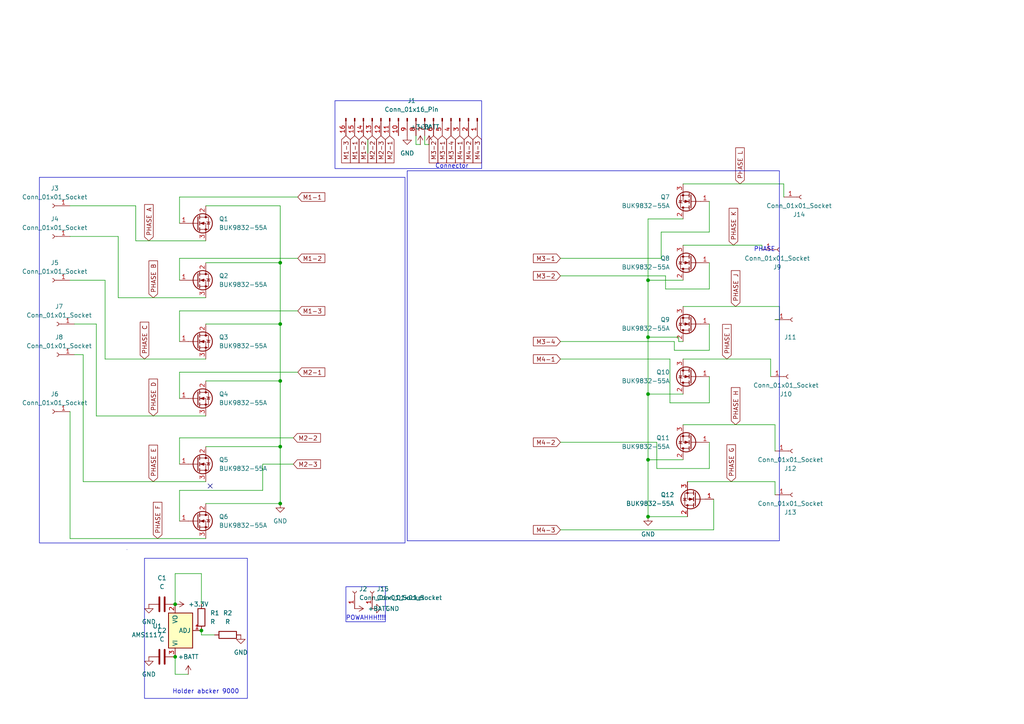
<source format=kicad_sch>
(kicad_sch (version 20250114) (generator "eeschema") (generator_version "9.0")
  (paper "A4")
  (lib_symbols
    (symbol "Connector:Conn_01x01_Socket" (pin_names (offset 1.016) (hide yes))
      (property "Reference" "J" (at 0 2.54 0))
      (property "Value" "Conn_01x01_Socket" (at 0 -2.54 0))
      (symbol "Conn_01x01_Socket_1_1"
        (polyline (pts (xy -1.27 0) (xy -0.508 0)) (stroke (width 0.1524)))
        (arc (start 0 -0.508) (mid -0.5058 0) (end 0 0.508) (stroke (width 0.1524)))
        (pin passive line (at -5.08 0 0) (length 3.81) (name "Pin_1") (number "1"))
      )
    )
    (symbol "Connector:Conn_01x16_Pin" (pin_names (offset 1.016) (hide yes))
      (property "Reference" "J" (at 0 20.32 0))
      (property "Value" "Conn_01x16_Pin" (at 0 -22.86 0))
      (symbol "Conn_01x16_Pin_1_1"
        (rectangle (start 0.8636 17.907) (end 0 17.653) (stroke (width 0.1524)) (fill (type outline)))
        (rectangle (start 0.8636 15.367) (end 0 15.113) (stroke (width 0.1524)) (fill (type outline)))
        (rectangle (start 0.8636 12.827) (end 0 12.573) (stroke (width 0.1524)) (fill (type outline)))
        (rectangle (start 0.8636 10.287) (end 0 10.033) (stroke (width 0.1524)) (fill (type outline)))
        (rectangle (start 0.8636 7.747) (end 0 7.493) (stroke (width 0.1524)) (fill (type outline)))
        (rectangle (start 0.8636 5.207) (end 0 4.953) (stroke (width 0.1524)) (fill (type outline)))
        (rectangle (start 0.8636 2.667) (end 0 2.413) (stroke (width 0.1524)) (fill (type outline)))
        (rectangle (start 0.8636 0.127) (end 0 -0.127) (stroke (width 0.1524)) (fill (type outline)))
        (rectangle (start 0.8636 -2.413) (end 0 -2.667) (stroke (width 0.1524)) (fill (type outline)))
        (rectangle (start 0.8636 -4.953) (end 0 -5.207) (stroke (width 0.1524)) (fill (type outline)))
        (rectangle (start 0.8636 -7.493) (end 0 -7.747) (stroke (width 0.1524)) (fill (type outline)))
        (rectangle (start 0.8636 -10.033) (end 0 -10.287) (stroke (width 0.1524)) (fill (type outline)))
        (rectangle (start 0.8636 -12.573) (end 0 -12.827) (stroke (width 0.1524)) (fill (type outline)))
        (rectangle (start 0.8636 -15.113) (end 0 -15.367) (stroke (width 0.1524)) (fill (type outline)))
        (rectangle (start 0.8636 -17.653) (end 0 -17.907) (stroke (width 0.1524)) (fill (type outline)))
        (rectangle (start 0.8636 -20.193) (end 0 -20.447) (stroke (width 0.1524)) (fill (type outline)))
        (polyline (pts (xy 1.27 17.78) (xy 0.8636 17.78)) (stroke (width 0.1524)))
        (polyline (pts (xy 1.27 15.24) (xy 0.8636 15.24)) (stroke (width 0.1524)))
        (polyline (pts (xy 1.27 12.7) (xy 0.8636 12.7)) (stroke (width 0.1524)))
        (polyline (pts (xy 1.27 10.16) (xy 0.8636 10.16)) (stroke (width 0.1524)))
        (polyline (pts (xy 1.27 7.62) (xy 0.8636 7.62)) (stroke (width 0.1524)))
        (polyline (pts (xy 1.27 5.08) (xy 0.8636 5.08)) (stroke (width 0.1524)))
        (polyline (pts (xy 1.27 2.54) (xy 0.8636 2.54)) (stroke (width 0.1524)))
        (polyline (pts (xy 1.27 0) (xy 0.8636 0)) (stroke (width 0.1524)))
        (polyline (pts (xy 1.27 -2.54) (xy 0.8636 -2.54)) (stroke (width 0.1524)))
        (polyline (pts (xy 1.27 -5.08) (xy 0.8636 -5.08)) (stroke (width 0.1524)))
        (polyline (pts (xy 1.27 -7.62) (xy 0.8636 -7.62)) (stroke (width 0.1524)))
        (polyline (pts (xy 1.27 -10.16) (xy 0.8636 -10.16)) (stroke (width 0.1524)))
        (polyline (pts (xy 1.27 -12.7) (xy 0.8636 -12.7)) (stroke (width 0.1524)))
        (polyline (pts (xy 1.27 -15.24) (xy 0.8636 -15.24)) (stroke (width 0.1524)))
        (polyline (pts (xy 1.27 -17.78) (xy 0.8636 -17.78)) (stroke (width 0.1524)))
        (polyline (pts (xy 1.27 -20.32) (xy 0.8636 -20.32)) (stroke (width 0.1524)))
        (pin passive line (at 5.08 17.78 180) (length 3.81) (name "Pin_1") (number "1"))
        (pin passive line (at 5.08 15.24 180) (length 3.81) (name "Pin_2") (number "2"))
        (pin passive line (at 5.08 12.7 180) (length 3.81) (name "Pin_3") (number "3"))
        (pin passive line (at 5.08 10.16 180) (length 3.81) (name "Pin_4") (number "4"))
        (pin passive line (at 5.08 7.62 180) (length 3.81) (name "Pin_5") (number "5"))
        (pin passive line (at 5.08 5.08 180) (length 3.81) (name "Pin_6") (number "6"))
        (pin passive line (at 5.08 2.54 180) (length 3.81) (name "Pin_7") (number "7"))
        (pin passive line (at 5.08 0 180) (length 3.81) (name "Pin_8") (number "8"))
        (pin passive line (at 5.08 -2.54 180) (length 3.81) (name "Pin_9") (number "9"))
        (pin passive line (at 5.08 -5.08 180) (length 3.81) (name "Pin_10") (number "10"))
        (pin passive line (at 5.08 -7.62 180) (length 3.81) (name "Pin_11") (number "11"))
        (pin passive line (at 5.08 -10.16 180) (length 3.81) (name "Pin_12") (number "12"))
        (pin passive line (at 5.08 -12.7 180) (length 3.81) (name "Pin_13") (number "13"))
        (pin passive line (at 5.08 -15.24 180) (length 3.81) (name "Pin_14") (number "14"))
        (pin passive line (at 5.08 -17.78 180) (length 3.81) (name "Pin_15") (number "15"))
        (pin passive line (at 5.08 -20.32 180) (length 3.81) (name "Pin_16") (number "16"))
      )
    )
    (symbol "Device:C" (pin_numbers (hide yes)) (pin_names (offset 0.254))
      (property "Reference" "C" (at 0.635 2.54 0))
      (property "Value" "C" (at 0.635 -2.54 0))
      (symbol "C_0_1"
        (polyline (pts (xy -2.032 0.762) (xy 2.032 0.762)) (stroke (width 0.508)))
        (polyline (pts (xy -2.032 -0.762) (xy 2.032 -0.762)) (stroke (width 0.508)))
      )
      (symbol "C_1_1"
        (pin passive line (at 0 3.81 270) (length 2.794) (name "~") (number "1"))
        (pin passive line (at 0 -3.81 90) (length 2.794) (name "~") (number "2"))
      )
    )
    (symbol "Device:R" (pin_numbers (hide yes)) (pin_names (offset 0))
      (property "Reference" "R" (at 2.032 0 90))
      (property "Value" "R" (at 0 0 90))
      (symbol "R_0_1"
        (rectangle (start -1.016 -2.54) (end 1.016 2.54) (stroke (width 0.254)))
      )
      (symbol "R_1_1"
        (pin passive line (at 0 3.81 270) (length 1.27) (name "~") (number "1"))
        (pin passive line (at 0 -3.81 90) (length 1.27) (name "~") (number "2"))
      )
    )
    (symbol "Regulator_Linear:AMS1117"
      (property "Reference" "U" (at -3.81 3.175 0))
      (property "Value" "AMS1117" (at 0 3.175 0))
      (symbol "AMS1117_0_1"
        (rectangle (start -5.08 -5.08) (end 5.08 1.905) (stroke (width 0.254)) (fill (type background)))
      )
      (symbol "AMS1117_1_1"
        (pin power_in line (at -7.62 0 0) (length 2.54) (name "VI") (number "3"))
        (pin input line (at 0 -7.62 90) (length 2.54) (name "ADJ") (number "1"))
        (pin power_out line (at 7.62 0 180) (length 2.54) (name "VO") (number "2"))
      )
    )
    (symbol "Transistor_FET:BUK9832-55A" (pin_names (hide yes))
      (property "Reference" "Q" (at 5.08 1.905 0))
      (property "Value" "BUK9832-55A" (at 5.08 0 0))
      (symbol "BUK9832-55A_0_1"
        (polyline (pts (xy 0.254 1.905) (xy 0.254 -1.905)) (stroke (width 0.254)))
        (polyline (pts (xy 0.254 0) (xy -2.54 0)))
        (polyline (pts (xy 0.762 2.286) (xy 0.762 1.27)) (stroke (width 0.254)))
        (polyline (pts (xy 0.762 0.508) (xy 0.762 -0.508)) (stroke (width 0.254)))
        (polyline (pts (xy 0.762 -1.27) (xy 0.762 -2.286)) (stroke (width 0.254)))
        (polyline (pts (xy 0.762 -1.778) (xy 3.302 -1.778) (xy 3.302 1.778) (xy 0.762 1.778)))
        (polyline (pts (xy 1.016 0) (xy 2.032 0.381) (xy 2.032 -0.381) (xy 1.016 0)) (fill (type outline)))
        (circle (center 1.651 0) (radius 2.794) (stroke (width 0.254)))
        (polyline (pts (xy 2.54 2.54) (xy 2.54 1.778)))
        (circle (center 2.54 1.778) (radius 0.254) (fill (type outline)))
        (circle (center 2.54 -1.778) (radius 0.254) (fill (type outline)))
        (polyline (pts (xy 2.54 -2.54) (xy 2.54 0) (xy 0.762 0)))
        (polyline (pts (xy 2.794 0.508) (xy 2.921 0.381) (xy 3.683 0.381) (xy 3.81 0.254)))
        (polyline (pts (xy 3.302 0.381) (xy 2.921 -0.254) (xy 3.683 -0.254) (xy 3.302 0.381)))
      )
      (symbol "BUK9832-55A_1_1"
        (pin input line (at -5.08 0 0) (length 2.54) (name "G") (number "1"))
        (pin passive line (at 2.54 5.08 270) (length 2.54) (name "D") (number "2"))
        (pin passive line (at 2.54 -5.08 90) (length 2.54) (name "S") (number "3"))
      )
    )
    (symbol "power:+3.3V" (power) (pin_numbers (hide yes)) (pin_names (offset 0) (hide yes))
      (property "Value" "+3.3V" (at 0 3.556 0))
      (symbol "+3.3V_0_1"
        (polyline (pts (xy -0.762 1.27) (xy 0 2.54)))
        (polyline (pts (xy 0 2.54) (xy 0.762 1.27)))
        (polyline (pts (xy 0 0) (xy 0 2.54)))
      )
      (symbol "+3.3V_1_1"
        (pin power_in line (at 0 0 90) (length 0) (name "~") (number "1"))
      )
    )
    (symbol "power:+BATT" (power) (pin_numbers (hide yes)) (pin_names (offset 0) (hide yes))
      (property "Value" "+BATT" (at 0 3.556 0))
      (symbol "+BATT_0_1"
        (polyline (pts (xy -0.762 1.27) (xy 0 2.54)))
        (polyline (pts (xy 0 2.54) (xy 0.762 1.27)))
        (polyline (pts (xy 0 0) (xy 0 2.54)))
      )
      (symbol "+BATT_1_1"
        (pin power_in line (at 0 0 90) (length 0) (name "~") (number "1"))
      )
    )
    (symbol "power:GND" (power) (pin_numbers (hide yes)) (pin_names (offset 0) (hide yes))
      (property "Value" "GND" (at 0 -3.81 0))
      (symbol "GND_0_1"
        (polyline (pts (xy 0 0) (xy 0 -1.27) (xy 1.27 -1.27) (xy 0 -2.54) (xy -1.27 -1.27) (xy 0 -1.27)))
      )
      (symbol "GND_1_1"
        (pin power_in line (at 0 0 270) (length 0) (name "~") (number "1"))
      )
    )
  )
  (rectangle (start 118.11 49.53) (end 226.06 156.845))
  (rectangle (start 36.83 159.385) (end 36.83 159.385))
  (rectangle (start 41.91 161.925) (end 71.755 202.565))
  (rectangle (start 97.155 29.21) (end 139.7 48.895))
  (rectangle (start 100.33 170.18) (end 111.76 180.34))
  (rectangle (start 11.43 51.435) (end 117.475 157.48))
  (text "Connector\n" (at 131.064 48.26 0) (effects (font (size 1.27 1.27))))
  (text "POWAHHH!!!!" (at 106.172 179.324 0) (effects (font (size 1.27 1.27))))
  (text "Holder abcker 9000" (at 59.69 200.66 0) (effects (font (size 1.27 1.27))))
  (text "PHASE" (at 221.742 72.39 0) (effects (font (size 1.27 1.27))))
  (junction (at 187.96 149.86))
  (junction (at 81.28 76.2))
  (junction (at 187.96 133.35))
  (junction (at 187.96 97.79))
  (junction (at 50.8 175.26))
  (junction (at 81.28 129.54))
  (junction (at 81.28 146.05))
  (junction (at 50.8 190.5))
  (junction (at 58.42 182.88))
  (junction (at 187.96 81.28))
  (junction (at 81.28 110.49))
  (junction (at 187.96 114.3))
  (junction (at 81.28 93.98))
  (no_connect (at 60.96 140.97))
  (wire (pts (xy 58.42 166.37) (xy 58.42 175.26)))
  (wire (pts (xy 59.69 110.49) (xy 81.28 110.49)))
  (wire (pts (xy 220.98 71.12) (xy 220.98 72.39)))
  (wire (pts (xy 224.79 139.7) (xy 224.79 143.51)))
  (wire (pts (xy 59.69 76.2) (xy 81.28 76.2)))
  (wire (pts (xy 34.29 86.36) (xy 34.29 68.58)))
  (wire (pts (xy 205.74 67.31) (xy 205.74 58.42)))
  (wire (pts (xy 50.8 175.26) (xy 50.8 166.37)))
  (wire (pts (xy 205.74 83.82) (xy 205.74 76.2)))
  (wire (pts (xy 162.56 128.27) (xy 190.5 128.27)))
  (wire (pts (xy 30.48 104.14) (xy 30.48 81.28)))
  (wire (pts (xy 50.8 190.5) (xy 50.8 195.58)))
  (wire (pts (xy 30.48 81.28) (xy 20.32 81.28)))
  (wire (pts (xy 27.94 93.98) (xy 21.59 93.98)))
  (wire (pts (xy 24.13 102.87) (xy 21.59 102.87)))
  (wire (pts (xy 193.04 83.82) (xy 205.74 83.82)))
  (wire (pts (xy 123.19 41.91) (xy 124.46 41.91)))
  (wire (pts (xy 198.12 99.06) (xy 196.85 99.06)))
  (wire (pts (xy 52.07 99.06) (xy 52.07 90.17)))
  (wire (pts (xy 39.37 69.85) (xy 39.37 59.69)))
  (wire (pts (xy 198.12 123.19) (xy 224.79 123.19)))
  (wire (pts (xy 205.74 135.89) (xy 205.74 128.27)))
  (wire (pts (xy 196.85 99.06) (xy 196.85 97.79)))
  (wire (pts (xy 81.28 129.54) (xy 81.28 110.49)))
  (wire (pts (xy 195.58 101.6) (xy 205.74 101.6)))
  (wire (pts (xy 195.58 99.06) (xy 195.58 101.6)))
  (wire (pts (xy 52.07 127) (xy 85.09 127)))
  (wire (pts (xy 59.69 59.69) (xy 81.28 59.69)))
  (wire (pts (xy 199.39 149.86) (xy 187.96 149.86)))
  (wire (pts (xy 191.77 67.31) (xy 205.74 67.31)))
  (wire (pts (xy 52.07 57.15) (xy 86.36 57.15)))
  (wire (pts (xy 198.12 53.34) (xy 227.33 53.34)))
  (wire (pts (xy 191.77 74.93) (xy 191.77 67.31)))
  (wire (pts (xy 59.69 120.65) (xy 27.94 120.65)))
  (wire (pts (xy 58.42 184.15) (xy 62.23 184.15)))
  (wire (pts (xy 187.96 97.79) (xy 187.96 81.28)))
  (wire (pts (xy 59.69 129.54) (xy 81.28 129.54)))
  (wire (pts (xy 59.69 156.21) (xy 20.32 156.21)))
  (wire (pts (xy 52.07 64.77) (xy 52.07 57.15)))
  (wire (pts (xy 196.85 97.79) (xy 187.96 97.79)))
  (wire (pts (xy 27.94 120.65) (xy 27.94 93.98)))
  (wire (pts (xy 59.69 86.36) (xy 34.29 86.36)))
  (wire (pts (xy 34.29 68.58) (xy 20.32 68.58)))
  (wire (pts (xy 223.52 104.14) (xy 223.52 109.22)))
  (wire (pts (xy 198.12 63.5) (xy 187.96 63.5)))
  (wire (pts (xy 205.74 101.6) (xy 205.74 93.98)))
  (wire (pts (xy 199.39 139.7) (xy 224.79 139.7)))
  (wire (pts (xy 59.69 93.98) (xy 81.28 93.98)))
  (wire (pts (xy 194.31 116.84) (xy 205.74 116.84)))
  (wire (pts (xy 187.96 97.79) (xy 187.96 114.3)))
  (wire (pts (xy 52.07 90.17) (xy 86.36 90.17)))
  (wire (pts (xy 106.68 44.45) (xy 106.68 40.64)))
  (wire (pts (xy 205.74 116.84) (xy 205.74 109.22)))
  (wire (pts (xy 198.12 81.28) (xy 187.96 81.28)))
  (wire (pts (xy 59.69 146.05) (xy 81.28 146.05)))
  (wire (pts (xy 227.33 53.34) (xy 227.33 57.15)))
  (wire (pts (xy 162.56 74.93) (xy 191.77 74.93)))
  (wire (pts (xy 52.07 74.93) (xy 86.36 74.93)))
  (wire (pts (xy 198.12 104.14) (xy 223.52 104.14)))
  (wire (pts (xy 76.2 142.24) (xy 76.2 134.62)))
  (wire (pts (xy 120.65 39.37) (xy 120.65 41.91)))
  (wire (pts (xy 226.06 92.71) (xy 224.79 92.71)))
  (wire (pts (xy 81.28 146.05) (xy 81.28 129.54)))
  (wire (pts (xy 39.37 59.69) (xy 20.32 59.69)))
  (wire (pts (xy 190.5 128.27) (xy 190.5 135.89)))
  (wire (pts (xy 162.56 104.14) (xy 194.31 104.14)))
  (wire (pts (xy 198.12 71.12) (xy 220.98 71.12)))
  (wire (pts (xy 52.07 142.24) (xy 76.2 142.24)))
  (wire (pts (xy 198.12 88.9) (xy 226.06 88.9)))
  (wire (pts (xy 194.31 104.14) (xy 194.31 116.84)))
  (wire (pts (xy 198.12 133.35) (xy 187.96 133.35)))
  (wire (pts (xy 193.04 80.01) (xy 193.04 83.82)))
  (wire (pts (xy 52.07 134.62) (xy 52.07 127)))
  (wire (pts (xy 20.32 156.21) (xy 20.32 119.38)))
  (wire (pts (xy 207.01 153.67) (xy 207.01 144.78)))
  (wire (pts (xy 162.56 153.67) (xy 207.01 153.67)))
  (wire (pts (xy 123.19 39.37) (xy 123.19 41.91)))
  (wire (pts (xy 162.56 99.06) (xy 195.58 99.06)))
  (wire (pts (xy 58.42 182.88) (xy 58.42 184.15)))
  (wire (pts (xy 76.2 134.62) (xy 85.09 134.62)))
  (wire (pts (xy 162.56 80.01) (xy 193.04 80.01)))
  (wire (pts (xy 187.96 149.86) (xy 187.96 133.35)))
  (wire (pts (xy 24.13 139.7) (xy 24.13 102.87)))
  (wire (pts (xy 50.8 195.58) (xy 54.61 195.58)))
  (wire (pts (xy 52.07 151.13) (xy 52.07 142.24)))
  (wire (pts (xy 81.28 110.49) (xy 81.28 93.98)))
  (wire (pts (xy 52.07 115.57) (xy 52.07 107.95)))
  (wire (pts (xy 190.5 135.89) (xy 205.74 135.89)))
  (wire (pts (xy 226.06 88.9) (xy 226.06 92.71)))
  (wire (pts (xy 59.69 104.14) (xy 30.48 104.14)))
  (wire (pts (xy 187.96 133.35) (xy 187.96 114.3)))
  (wire (pts (xy 81.28 93.98) (xy 81.28 76.2)))
  (wire (pts (xy 50.8 166.37) (xy 58.42 166.37)))
  (wire (pts (xy 81.28 76.2) (xy 81.28 59.69)))
  (wire (pts (xy 187.96 81.28) (xy 187.96 63.5)))
  (wire (pts (xy 59.69 69.85) (xy 39.37 69.85)))
  (wire (pts (xy 52.07 107.95) (xy 86.36 107.95)))
  (wire (pts (xy 120.65 41.91) (xy 121.92 41.91)))
  (wire (pts (xy 198.12 114.3) (xy 187.96 114.3)))
  (wire (pts (xy 52.07 81.28) (xy 52.07 74.93)))
  (wire (pts (xy 224.79 123.19) (xy 224.79 130.81)))
  (wire (pts (xy 59.69 139.7) (xy 24.13 139.7)))
  (global_label "M2-2" (shape input) (at 107.95 39.37 270) (property "Intersheetrefs" "${INTERSHEET_REFS}" (effects (hide yes))))
  (global_label "PHASE C" (shape input) (at 41.91 104.14 90) (property "Intersheetrefs" "${INTERSHEET_REFS}" (effects (hide yes))))
  (global_label "M1-2" (shape input) (at 86.36 74.93 0) (property "Intersheetrefs" "${INTERSHEET_REFS}" (effects (hide yes))))
  (global_label "M1-1" (shape input) (at 86.36 57.15 0) (property "Intersheetrefs" "${INTERSHEET_REFS}" (effects (hide yes))))
  (global_label "PHASE H" (shape input) (at 213.36 123.19 90) (property "Intersheetrefs" "${INTERSHEET_REFS}" (effects (hide yes))))
  (global_label "M3-1" (shape input) (at 128.27 39.37 270) (property "Intersheetrefs" "${INTERSHEET_REFS}" (effects (hide yes))))
  (global_label "M4-3" (shape input) (at 162.56 153.67 180) (property "Intersheetrefs" "${INTERSHEET_REFS}" (effects (hide yes))))
  (global_label "PHASE K" (shape input) (at 212.7249 71.12 90) (property "Intersheetrefs" "${INTERSHEET_REFS}" (effects (hide yes))))
  (global_label "M1-1" (shape input) (at 102.87 39.37 270) (property "Intersheetrefs" "${INTERSHEET_REFS}" (effects (hide yes))))
  (global_label "M2-3" (shape input) (at 110.49 39.37 270) (property "Intersheetrefs" "${INTERSHEET_REFS}" (effects (hide yes))))
  (global_label "PHASE L" (shape input) (at 214.63 53.34 90) (property "Intersheetrefs" "${INTERSHEET_REFS}" (effects (hide yes))))
  (global_label "PHASE I" (shape input) (at 210.82 104.14 90) (property "Intersheetrefs" "${INTERSHEET_REFS}" (effects (hide yes))))
  (global_label "PHASE F" (shape input) (at 45.72 156.21 90) (property "Intersheetrefs" "${INTERSHEET_REFS}" (effects (hide yes))))
  (global_label "PHASE D" (shape input) (at 44.45 120.65 90) (property "Intersheetrefs" "${INTERSHEET_REFS}" (effects (hide yes))))
  (global_label "M4-2" (shape input) (at 162.56 128.27 180) (property "Intersheetrefs" "${INTERSHEET_REFS}" (effects (hide yes))))
  (global_label "PHASE E" (shape input) (at 44.45 139.7 90) (property "Intersheetrefs" "${INTERSHEET_REFS}" (effects (hide yes))))
  (global_label "M4-1" (shape input) (at 162.56 104.14 180) (property "Intersheetrefs" "${INTERSHEET_REFS}" (effects (hide yes))))
  (global_label "M3-4" (shape input) (at 130.81 39.37 270) (property "Intersheetrefs" "${INTERSHEET_REFS}" (effects (hide yes))))
  (global_label "M4-3" (shape input) (at 138.43 39.37 270) (property "Intersheetrefs" "${INTERSHEET_REFS}" (effects (hide yes))))
  (global_label "M3-2" (shape input) (at 162.56 80.01 180) (property "Intersheetrefs" "${INTERSHEET_REFS}" (effects (hide yes))))
  (global_label "M3-1" (shape input) (at 162.56 74.93 180) (property "Intersheetrefs" "${INTERSHEET_REFS}" (effects (hide yes))))
  (global_label "M2-2" (shape input) (at 85.09 127 0) (property "Intersheetrefs" "${INTERSHEET_REFS}" (effects (hide yes))))
  (global_label "M1-2" (shape input) (at 105.41 39.37 270) (property "Intersheetrefs" "${INTERSHEET_REFS}" (effects (hide yes))))
  (global_label "M4-2" (shape input) (at 135.89 39.37 270) (property "Intersheetrefs" "${INTERSHEET_REFS}" (effects (hide yes))))
  (global_label "PHASE B" (shape input) (at 44.45 86.36 90) (property "Intersheetrefs" "${INTERSHEET_REFS}" (effects (hide yes))))
  (global_label "M2-1" (shape input) (at 86.36 107.95 0) (property "Intersheetrefs" "${INTERSHEET_REFS}" (effects (hide yes))))
  (global_label "M3-4" (shape input) (at 162.56 99.06 180) (property "Intersheetrefs" "${INTERSHEET_REFS}" (effects (hide yes))))
  (global_label "M4-1" (shape input) (at 133.35 39.37 270) (property "Intersheetrefs" "${INTERSHEET_REFS}" (effects (hide yes))))
  (global_label "PHASE J" (shape input) (at 213.36 88.9 90) (property "Intersheetrefs" "${INTERSHEET_REFS}" (effects (hide yes))))
  (global_label "M2-1" (shape input) (at 113.03 39.37 270) (property "Intersheetrefs" "${INTERSHEET_REFS}" (effects (hide yes))))
  (global_label "M1-3" (shape input) (at 100.33 39.37 270) (property "Intersheetrefs" "${INTERSHEET_REFS}" (effects (hide yes))))
  (global_label "M3-2" (shape input) (at 125.73 39.37 270) (property "Intersheetrefs" "${INTERSHEET_REFS}" (effects (hide yes))))
  (global_label "M1-3" (shape input) (at 86.36 90.17 0) (property "Intersheetrefs" "${INTERSHEET_REFS}" (effects (hide yes))))
  (global_label "PHASE G" (shape input) (at 212.09 139.7 90) (property "Intersheetrefs" "${INTERSHEET_REFS}" (effects (hide yes))))
  (global_label "PHASE A" (shape input) (at 43.18 69.85 90) (property "Intersheetrefs" "${INTERSHEET_REFS}" (effects (hide yes))))
  (global_label "M2-3" (shape input) (at 85.09 134.62 0) (property "Intersheetrefs" "${INTERSHEET_REFS}" (effects (hide yes))))
  (symbol (lib_id "Device:C") (at 46.99 175.26 90) (unit 1)
    (property "Reference" "C1" (at 46.99 167.64 90))
    (property "Value" "C" (at 46.99 170.18 90))
    (property "Footprint" "Capacitor_SMD:C_0805_2012Metric" (effects (hide yes)))
    (property "Description" "Unpolarized capacitor" (effects (hide yes)))
  )
  (symbol (lib_id "Connector:Conn_01x01_Socket") (at 232.41 57.15 0) (unit 1)
    (property "Reference" "J14" (at 231.775 62.23 0))
    (property "Value" "Conn_01x01_Socket" (at 231.775 59.69 0))
    (property "Footprint" "TestPoint:TestPoint_Pad_2.0x2.0mm" (effects (hide yes)))
    (property "Description" "Generic connector, single row, 01x01, script generated" (effects (hide yes)))
  )
  (symbol (lib_id "Transistor_FET:BUK9832-55A") (at 200.66 93.98 180) (unit 1)
    (property "Reference" "Q9" (at 194.31 92.7099 0) (effects (justify left)))
    (property "Value" "BUK9832-55A" (at 194.31 95.2499 0) (effects (justify left)))
    (property "Footprint" "Package_TO_SOT_SMD:SOT-223-3_TabPin2" (effects (hide yes)))
    (property "Datasheet" "https://assets.nexperia.com/documents/data-sheet/BUK9832-55A.pdf" (effects (hide yes)))
    (property "Description" "12A Id, 55V Vds, RdsOn 25mOhm, N-Channel Enhancement Mode MOSFET, SOT-223" (effects (hide yes)))
  )
  (symbol (lib_id "power:+BATT") (at 54.61 195.58 0) (unit 1)
    (property "Reference" "#PWR06" (effects (hide yes)))
    (property "Value" "+BATT" (at 54.61 190.5 0))
    (property "Description" "Power symbol creates a global label with name \"+BATT\"" (effects (hide yes)))
  )
  (symbol (lib_id "Connector:Conn_01x01_Socket") (at 102.87 171.45 90) (unit 1)
    (property "Reference" "J2" (at 104.14 170.8149 90) (effects (justify right)))
    (property "Value" "Conn_01x01_Socket" (at 104.14 173.3549 90) (effects (justify right)))
    (property "Footprint" "MIC4426YM:POWERPAD" (effects (hide yes)))
    (property "Description" "Generic connector, single row, 01x01, script generated" (effects (hide yes)))
  )
  (symbol (lib_id "Connector:Conn_01x01_Socket") (at 15.24 59.69 180) (unit 1)
    (property "Reference" "J3" (at 15.875 54.61 0))
    (property "Value" "Conn_01x01_Socket" (at 15.875 57.15 0))
    (property "Footprint" "TestPoint:TestPoint_Pad_2.0x2.0mm" (effects (hide yes)))
    (property "Description" "Generic connector, single row, 01x01, script generated" (effects (hide yes)))
  )
  (symbol (lib_id "Transistor_FET:BUK9832-55A") (at 57.15 134.62 0) (unit 1)
    (property "Reference" "Q5" (at 63.5 133.3499 0) (effects (justify left)))
    (property "Value" "BUK9832-55A" (at 63.5 135.8899 0) (effects (justify left)))
    (property "Footprint" "Package_TO_SOT_SMD:SOT-223-3_TabPin2" (effects (hide yes)))
    (property "Datasheet" "https://assets.nexperia.com/documents/data-sheet/BUK9832-55A.pdf" (effects (hide yes)))
    (property "Description" "12A Id, 55V Vds, RdsOn 25mOhm, N-Channel Enhancement Mode MOSFET, SOT-223" (effects (hide yes)))
  )
  (symbol (lib_id "power:GND") (at 69.85 184.15 0) (unit 1)
    (property "Reference" "#PWR08" (effects (hide yes)))
    (property "Value" "GND" (at 69.85 189.23 0))
    (property "Description" "Power symbol creates a global label with name \"GND\" , ground" (effects (hide yes)))
  )
  (symbol (lib_id "Device:C") (at 46.99 190.5 90) (unit 1)
    (property "Reference" "C2" (at 46.99 182.88 90))
    (property "Value" "C" (at 46.99 185.42 90))
    (property "Footprint" "Capacitor_SMD:C_0805_2012Metric" (effects (hide yes)))
    (property "Description" "Unpolarized capacitor" (effects (hide yes)))
  )
  (symbol (lib_id "Transistor_FET:BUK9832-55A") (at 57.15 81.28 0) (unit 1)
    (property "Reference" "Q2" (at 63.5 80.0099 0) (effects (justify left)))
    (property "Value" "BUK9832-55A" (at 63.5 82.5499 0) (effects (justify left)))
    (property "Footprint" "Package_TO_SOT_SMD:SOT-223-3_TabPin2" (effects (hide yes)))
    (property "Datasheet" "https://assets.nexperia.com/documents/data-sheet/BUK9832-55A.pdf" (effects (hide yes)))
    (property "Description" "12A Id, 55V Vds, RdsOn 25mOhm, N-Channel Enhancement Mode MOSFET, SOT-223" (effects (hide yes)))
  )
  (symbol (lib_id "Connector:Conn_01x01_Socket") (at 229.87 92.71 0) (unit 1)
    (property "Reference" "J11" (at 229.235 97.79 0))
    (property "Value" "Conn_01x01_Socket" (effects (hide yes)))
    (property "Footprint" "TestPoint:TestPoint_Pad_2.0x2.0mm" (effects (hide yes)))
    (property "Description" "Generic connector, single row, 01x01, script generated" (effects (hide yes)))
  )
  (symbol (lib_id "Connector:Conn_01x01_Socket") (at 16.51 93.98 180) (unit 1)
    (property "Reference" "J7" (at 17.145 88.9 0))
    (property "Value" "Conn_01x01_Socket" (at 17.145 91.44 0))
    (property "Footprint" "TestPoint:TestPoint_Pad_2.0x2.0mm" (effects (hide yes)))
    (property "Description" "Generic connector, single row, 01x01, script generated" (effects (hide yes)))
  )
  (symbol (lib_id "Transistor_FET:BUK9832-55A") (at 57.15 64.77 0) (unit 1)
    (property "Reference" "Q1" (at 63.5 63.4999 0) (effects (justify left)))
    (property "Value" "BUK9832-55A" (at 63.5 66.0399 0) (effects (justify left)))
    (property "Footprint" "Package_TO_SOT_SMD:SOT-223-3_TabPin2" (effects (hide yes)))
    (property "Datasheet" "https://assets.nexperia.com/documents/data-sheet/BUK9832-55A.pdf" (effects (hide yes)))
    (property "Description" "12A Id, 55V Vds, RdsOn 25mOhm, N-Channel Enhancement Mode MOSFET, SOT-223" (effects (hide yes)))
  )
  (symbol (lib_id "Regulator_Linear:AMS1117") (at 50.8 182.88 90) (unit 1)
    (property "Reference" "U1" (at 46.99 181.6099 90) (effects (justify left)))
    (property "Value" "AMS1117" (at 46.99 184.1499 90) (effects (justify left)))
    (property "Footprint" "Package_TO_SOT_SMD:SOT-223-3_TabPin2" (effects (hide yes)))
    (property "Datasheet" "http://www.advanced-monolithic.com/pdf/ds1117.pdf" (effects (hide yes)))
    (property "Description" "1A Low Dropout regulator, positive, adjustable output, SOT-223" (effects (hide yes)))
  )
  (symbol (lib_id "power:GND") (at 118.11 39.37 0) (unit 1)
    (property "Reference" "#PWR01" (effects (hide yes)))
    (property "Value" "GND" (at 118.11 44.45 0))
    (property "Description" "Power symbol creates a global label with name \"GND\" , ground" (effects (hide yes)))
  )
  (symbol (lib_id "power:+BATT") (at 124.46 41.91 0) (unit 1)
    (property "Reference" "#PWR03" (effects (hide yes)))
    (property "Value" "+BATT" (at 124.46 36.83 0))
    (property "Description" "Power symbol creates a global label with name \"+BATT\"" (effects (hide yes)))
  )
  (symbol (lib_id "Connector:Conn_01x01_Socket") (at 15.24 68.58 180) (unit 1)
    (property "Reference" "J4" (at 15.875 63.5 0))
    (property "Value" "Conn_01x01_Socket" (at 15.875 66.04 0))
    (property "Footprint" "TestPoint:TestPoint_Pad_2.0x2.0mm" (effects (hide yes)))
    (property "Description" "Generic connector, single row, 01x01, script generated" (effects (hide yes)))
  )
  (symbol (lib_id "Device:R") (at 66.04 184.15 90) (unit 1)
    (property "Reference" "R2" (at 66.04 177.8 90))
    (property "Value" "R" (at 66.04 180.34 90))
    (property "Footprint" "Resistor_SMD:R_0402_1005Metric" (effects (hide yes)))
    (property "Description" "Resistor" (effects (hide yes)))
  )
  (symbol (lib_id "power:GND") (at 81.28 146.05 0) (unit 1)
    (property "Reference" "#PWR021" (effects (hide yes)))
    (property "Value" "GND" (at 81.28 151.13 0))
    (property "Description" "Power symbol creates a global label with name \"GND\" , ground" (effects (hide yes)))
  )
  (symbol (lib_id "Transistor_FET:BUK9832-55A") (at 57.15 115.57 0) (unit 1)
    (property "Reference" "Q4" (at 63.5 114.2999 0) (effects (justify left)))
    (property "Value" "BUK9832-55A" (at 63.5 116.8399 0) (effects (justify left)))
    (property "Footprint" "Package_TO_SOT_SMD:SOT-223-3_TabPin2" (effects (hide yes)))
    (property "Datasheet" "https://assets.nexperia.com/documents/data-sheet/BUK9832-55A.pdf" (effects (hide yes)))
    (property "Description" "12A Id, 55V Vds, RdsOn 25mOhm, N-Channel Enhancement Mode MOSFET, SOT-223" (effects (hide yes)))
  )
  (symbol (lib_id "Transistor_FET:BUK9832-55A") (at 57.15 99.06 0) (unit 1)
    (property "Reference" "Q3" (at 63.5 97.7899 0) (effects (justify left)))
    (property "Value" "BUK9832-55A" (at 63.5 100.3299 0) (effects (justify left)))
    (property "Footprint" "Package_TO_SOT_SMD:SOT-223-3_TabPin2" (effects (hide yes)))
    (property "Datasheet" "https://assets.nexperia.com/documents/data-sheet/BUK9832-55A.pdf" (effects (hide yes)))
    (property "Description" "12A Id, 55V Vds, RdsOn 25mOhm, N-Channel Enhancement Mode MOSFET, SOT-223" (effects (hide yes)))
  )
  (symbol (lib_id "Device:R") (at 58.42 179.07 0) (unit 1)
    (property "Reference" "R1" (at 60.96 177.7999 0) (effects (justify left)))
    (property "Value" "R" (at 60.96 180.3399 0) (effects (justify left)))
    (property "Footprint" "Resistor_SMD:R_0402_1005Metric" (effects (hide yes)))
    (property "Description" "Resistor" (effects (hide yes)))
  )
  (symbol (lib_id "Connector:Conn_01x01_Socket") (at 107.95 171.45 90) (unit 1)
    (property "Reference" "J15" (at 109.22 170.8149 90) (effects (justify right)))
    (property "Value" "Conn_01x01_Socket" (at 109.22 173.3549 90) (effects (justify right)))
    (property "Footprint" "MIC4426YM:POWERPAD" (effects (hide yes)))
    (property "Description" "Generic connector, single row, 01x01, script generated" (effects (hide yes)))
  )
  (symbol (lib_id "Transistor_FET:BUK9832-55A") (at 201.93 144.78 180) (unit 1)
    (property "Reference" "Q12" (at 195.58 143.5099 0) (effects (justify left)))
    (property "Value" "BUK9832-55A" (at 195.58 146.0499 0) (effects (justify left)))
    (property "Footprint" "Package_TO_SOT_SMD:SOT-223-3_TabPin2" (effects (hide yes)))
    (property "Datasheet" "https://assets.nexperia.com/documents/data-sheet/BUK9832-55A.pdf" (effects (hide yes)))
    (property "Description" "12A Id, 55V Vds, RdsOn 25mOhm, N-Channel Enhancement Mode MOSFET, SOT-223" (effects (hide yes)))
  )
  (symbol (lib_id "Transistor_FET:BUK9832-55A") (at 200.66 128.27 180) (unit 1)
    (property "Reference" "Q11" (at 194.31 126.9999 0) (effects (justify left)))
    (property "Value" "BUK9832-55A" (at 194.31 129.5399 0) (effects (justify left)))
    (property "Footprint" "Package_TO_SOT_SMD:SOT-223-3_TabPin2" (effects (hide yes)))
    (property "Datasheet" "https://assets.nexperia.com/documents/data-sheet/BUK9832-55A.pdf" (effects (hide yes)))
    (property "Description" "12A Id, 55V Vds, RdsOn 25mOhm, N-Channel Enhancement Mode MOSFET, SOT-223" (effects (hide yes)))
  )
  (symbol (lib_id "Connector:Conn_01x01_Socket") (at 228.6 109.22 0) (unit 1)
    (property "Reference" "J10" (at 227.965 114.3 0))
    (property "Value" "Conn_01x01_Socket" (at 227.965 111.76 0))
    (property "Footprint" "TestPoint:TestPoint_Pad_2.0x2.0mm" (effects (hide yes)))
    (property "Description" "Generic connector, single row, 01x01, script generated" (effects (hide yes)))
  )
  (symbol (lib_id "power:GND") (at 43.18 190.5 0) (unit 1)
    (property "Reference" "#PWR09" (effects (hide yes)))
    (property "Value" "GND" (at 43.18 195.58 0))
    (property "Description" "Power symbol creates a global label with name \"GND\" , ground" (effects (hide yes)))
  )
  (symbol (lib_id "Connector:Conn_01x01_Socket") (at 226.06 72.39 0) (unit 1)
    (property "Reference" "J9" (at 225.425 77.47 0))
    (property "Value" "Conn_01x01_Socket" (at 225.425 74.93 0))
    (property "Footprint" "TestPoint:TestPoint_Pad_2.0x2.0mm" (effects (hide yes)))
    (property "Description" "Generic connector, single row, 01x01, script generated" (effects (hide yes)))
  )
  (symbol (lib_id "Connector:Conn_01x01_Socket") (at 229.87 130.81 0) (unit 1)
    (property "Reference" "J12" (at 229.235 135.89 0))
    (property "Value" "Conn_01x01_Socket" (at 229.235 133.35 0))
    (property "Footprint" "TestPoint:TestPoint_Pad_2.0x2.0mm" (effects (hide yes)))
    (property "Description" "Generic connector, single row, 01x01, script generated" (effects (hide yes)))
  )
  (symbol (lib_id "Transistor_FET:BUK9832-55A") (at 200.66 58.42 180) (unit 1)
    (property "Reference" "Q7" (at 194.31 57.1499 0) (effects (justify left)))
    (property "Value" "BUK9832-55A" (at 194.31 59.6899 0) (effects (justify left)))
    (property "Footprint" "Package_TO_SOT_SMD:SOT-223-3_TabPin2" (effects (hide yes)))
    (property "Datasheet" "https://assets.nexperia.com/documents/data-sheet/BUK9832-55A.pdf" (effects (hide yes)))
    (property "Description" "12A Id, 55V Vds, RdsOn 25mOhm, N-Channel Enhancement Mode MOSFET, SOT-223" (effects (hide yes)))
  )
  (symbol (lib_id "power:GND") (at 107.95 176.53 90) (unit 1)
    (property "Reference" "#PWR05" (effects (hide yes)))
    (property "Value" "GND" (at 111.76 176.5299 90) (effects (justify right)))
    (property "Description" "Power symbol creates a global label with name \"GND\" , ground" (effects (hide yes)))
  )
  (symbol (lib_id "Transistor_FET:BUK9832-55A") (at 57.15 151.13 0) (unit 1)
    (property "Reference" "Q6" (at 63.5 149.8599 0) (effects (justify left)))
    (property "Value" "BUK9832-55A" (at 63.5 152.3999 0) (effects (justify left)))
    (property "Footprint" "Package_TO_SOT_SMD:SOT-223-3_TabPin2" (effects (hide yes)))
    (property "Datasheet" "https://assets.nexperia.com/documents/data-sheet/BUK9832-55A.pdf" (effects (hide yes)))
    (property "Description" "12A Id, 55V Vds, RdsOn 25mOhm, N-Channel Enhancement Mode MOSFET, SOT-223" (effects (hide yes)))
  )
  (symbol (lib_id "power:+BATT") (at 102.87 176.53 270) (unit 1)
    (property "Reference" "#PWR04" (effects (hide yes)))
    (property "Value" "+BATT" (at 106.68 176.5299 90) (effects (justify left)))
    (property "Description" "Power symbol creates a global label with name \"+BATT\"" (effects (hide yes)))
  )
  (symbol (lib_id "Connector:Conn_01x01_Socket") (at 229.87 143.51 0) (unit 1)
    (property "Reference" "J13" (at 229.235 148.59 0))
    (property "Value" "Conn_01x01_Socket" (at 229.235 146.05 0))
    (property "Footprint" "TestPoint:TestPoint_Pad_2.0x2.0mm" (effects (hide yes)))
    (property "Description" "Generic connector, single row, 01x01, script generated" (effects (hide yes)))
  )
  (symbol (lib_id "power:+3.3V") (at 50.8 175.26 270) (unit 1)
    (property "Reference" "#PWR07" (effects (hide yes)))
    (property "Value" "+3.3V" (at 54.61 175.2599 90) (effects (justify left)))
    (property "Description" "Power symbol creates a global label with name \"+3.3V\"" (effects (hide yes)))
  )
  (symbol (lib_id "Connector:Conn_01x01_Socket") (at 16.51 102.87 180) (unit 1)
    (property "Reference" "J8" (at 17.145 97.79 0))
    (property "Value" "Conn_01x01_Socket" (at 17.145 100.33 0))
    (property "Footprint" "TestPoint:TestPoint_Pad_2.0x2.0mm" (effects (hide yes)))
    (property "Description" "Generic connector, single row, 01x01, script generated" (effects (hide yes)))
  )
  (symbol (lib_id "Transistor_FET:BUK9832-55A") (at 200.66 109.22 180) (unit 1)
    (property "Reference" "Q10" (at 194.31 107.9499 0) (effects (justify left)))
    (property "Value" "BUK9832-55A" (at 194.31 110.4899 0) (effects (justify left)))
    (property "Footprint" "Package_TO_SOT_SMD:SOT-223-3_TabPin2" (effects (hide yes)))
    (property "Datasheet" "https://assets.nexperia.com/documents/data-sheet/BUK9832-55A.pdf" (effects (hide yes)))
    (property "Description" "12A Id, 55V Vds, RdsOn 25mOhm, N-Channel Enhancement Mode MOSFET, SOT-223" (effects (hide yes)))
  )
  (symbol (lib_id "Connector:Conn_01x01_Socket") (at 15.24 81.28 180) (unit 1)
    (property "Reference" "J5" (at 15.875 76.2 0))
    (property "Value" "Conn_01x01_Socket" (at 15.875 78.74 0))
    (property "Footprint" "TestPoint:TestPoint_Pad_2.0x2.0mm" (effects (hide yes)))
    (property "Description" "Generic connector, single row, 01x01, script generated" (effects (hide yes)))
  )
  (symbol (lib_id "power:GND") (at 187.96 149.86 0) (unit 1)
    (property "Reference" "#PWR026" (effects (hide yes)))
    (property "Value" "GND" (at 187.96 154.94 0))
    (property "Description" "Power symbol creates a global label with name \"GND\" , ground" (effects (hide yes)))
  )
  (symbol (lib_id "power:+3.3V") (at 121.92 41.91 0) (unit 1)
    (property "Reference" "#PWR02" (effects (hide yes)))
    (property "Value" "+3.3V" (at 121.92 36.83 0))
    (property "Description" "Power symbol creates a global label with name \"+3.3V\"" (effects (hide yes)))
  )
  (symbol (lib_id "Connector:Conn_01x16_Pin") (at 120.65 34.29 270) (unit 1)
    (property "Reference" "J1" (at 119.38 29.21 90))
    (property "Value" "Conn_01x16_Pin" (at 119.38 31.75 90))
    (property "Footprint" "MIC4426YM:100nF Cap is returning!!!!!" (effects (hide yes)))
    (property "Description" "Generic connector, single row, 01x16, script generated" (effects (hide yes)))
  )
  (symbol (lib_id "Transistor_FET:BUK9832-55A") (at 200.66 76.2 180) (unit 1)
    (property "Reference" "Q8" (at 194.31 74.9299 0) (effects (justify left)))
    (property "Value" "BUK9832-55A" (at 194.31 77.4699 0) (effects (justify left)))
    (property "Footprint" "Package_TO_SOT_SMD:SOT-223-3_TabPin2" (effects (hide yes)))
    (property "Datasheet" "https://assets.nexperia.com/documents/data-sheet/BUK9832-55A.pdf" (effects (hide yes)))
    (property "Description" "12A Id, 55V Vds, RdsOn 25mOhm, N-Channel Enhancement Mode MOSFET, SOT-223" (effects (hide yes)))
  )
  (symbol (lib_id "power:GND") (at 43.18 175.26 0) (unit 1)
    (property "Reference" "#PWR010" (effects (hide yes)))
    (property "Value" "GND" (at 43.18 180.34 0))
    (property "Description" "Power symbol creates a global label with name \"GND\" , ground" (effects (hide yes)))
  )
  (symbol (lib_id "Connector:Conn_01x01_Socket") (at 15.24 119.38 180) (unit 1)
    (property "Reference" "J6" (at 15.875 114.3 0))
    (property "Value" "Conn_01x01_Socket" (at 15.875 116.84 0))
    (property "Footprint" "TestPoint:TestPoint_Pad_2.0x2.0mm" (effects (hide yes)))
    (property "Description" "Generic connector, single row, 01x01, script generated" (effects (hide yes)))
  )
)
</source>
